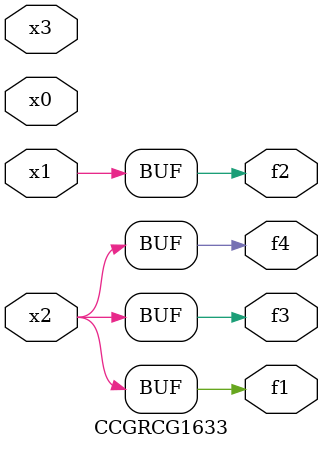
<source format=v>
module CCGRCG1633(
	input x0, x1, x2, x3,
	output f1, f2, f3, f4
);
	assign f1 = x2;
	assign f2 = x1;
	assign f3 = x2;
	assign f4 = x2;
endmodule

</source>
